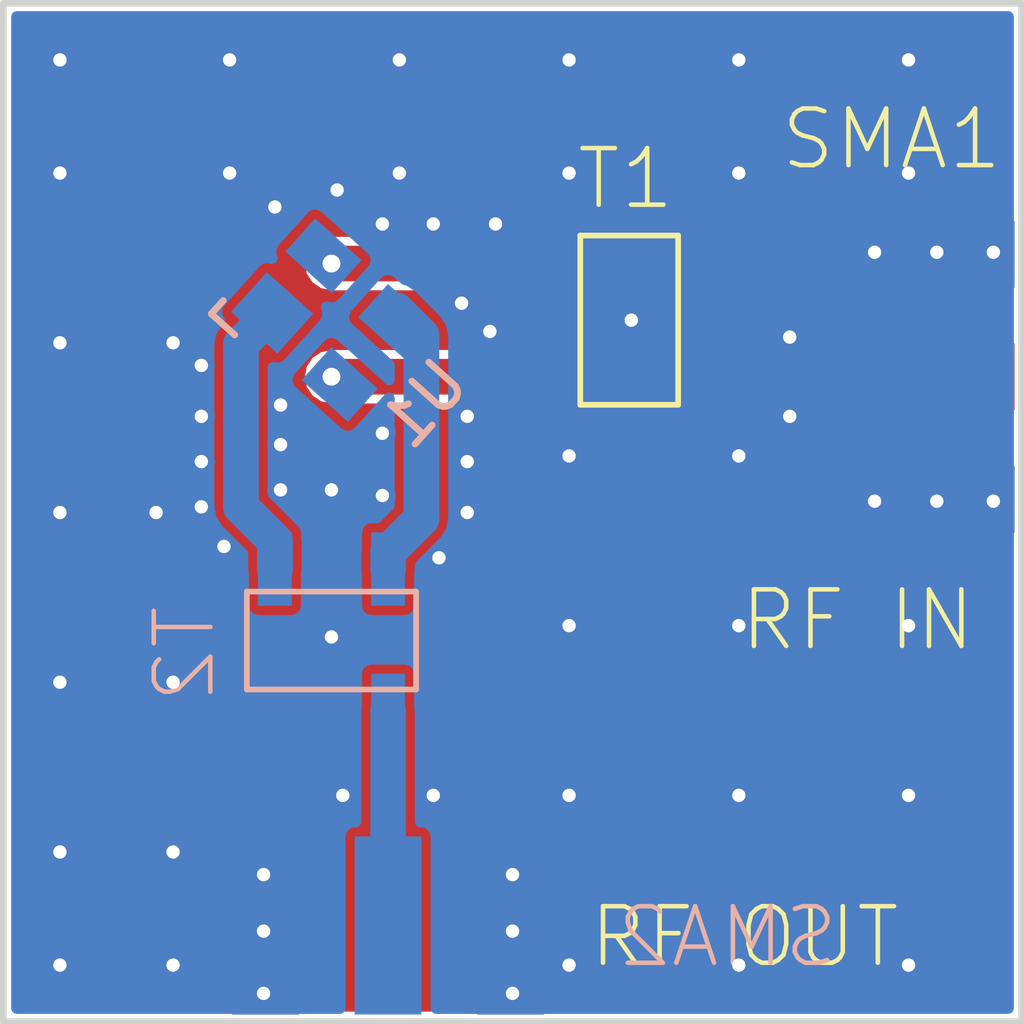
<source format=kicad_pcb>
(kicad_pcb (version 4) (host pcbnew 4.0.5)

  (general
    (links 0)
    (no_connects 6)
    (area 138.100999 97.714999 168.985001 118.185001)
    (thickness 1.6)
    (drawings 7)
    (tracks 20)
    (zones 0)
    (modules 78)
    (nets 8)
  )

  (page A4)
  (layers
    (0 F.Cu signal)
    (31 B.Cu signal)
    (32 B.Adhes user)
    (33 F.Adhes user)
    (34 B.Paste user)
    (35 F.Paste user)
    (36 B.SilkS user)
    (37 F.SilkS user)
    (38 B.Mask user)
    (39 F.Mask user)
    (40 Dwgs.User user)
    (41 Cmts.User user hide)
    (42 Eco1.User user)
    (43 Eco2.User user)
    (44 Edge.Cuts user)
    (45 Margin user)
    (46 B.CrtYd user)
    (47 F.CrtYd user)
    (48 B.Fab user)
    (49 F.Fab user)
  )

  (setup
    (last_trace_width 0.8)
    (trace_clearance 0.2)
    (zone_clearance 0.1)
    (zone_45_only no)
    (trace_min 0.2)
    (segment_width 0.2)
    (edge_width 0.15)
    (via_size 0.6)
    (via_drill 0.4)
    (via_min_size 0.4)
    (via_min_drill 0.3)
    (uvia_size 0.3)
    (uvia_drill 0.1)
    (uvias_allowed no)
    (uvia_min_size 0.2)
    (uvia_min_drill 0.1)
    (pcb_text_width 0.3)
    (pcb_text_size 1.5 1.5)
    (mod_edge_width 0.15)
    (mod_text_size 1 1)
    (mod_text_width 0.15)
    (pad_size 0.6 0.6)
    (pad_drill 0.3)
    (pad_to_mask_clearance 0.2)
    (aux_axis_origin 0 0)
    (visible_elements FFFFFF7F)
    (pcbplotparams
      (layerselection 0x00030_80000001)
      (usegerberextensions false)
      (excludeedgelayer true)
      (linewidth 0.100000)
      (plotframeref false)
      (viasonmask false)
      (mode 1)
      (useauxorigin false)
      (hpglpennumber 1)
      (hpglpenspeed 20)
      (hpglpendiameter 15)
      (hpglpenoverlay 2)
      (psnegative false)
      (psa4output false)
      (plotreference true)
      (plotvalue true)
      (plotinvisibletext false)
      (padsonsilk false)
      (subtractmaskfromsilk false)
      (outputformat 1)
      (mirror false)
      (drillshape 1)
      (scaleselection 1)
      (outputdirectory ""))
  )

  (net 0 "")
  (net 1 GND)
  (net 2 "Net-(SMA1-PadSIGN)")
  (net 3 "Net-(SMA2-PadSIGN)")
  (net 4 "Net-(T1-Pad4)")
  (net 5 "Net-(T1-Pad6)")
  (net 6 "Net-(T2-Pad4)")
  (net 7 "Net-(T2-Pad6)")

  (net_class Default "This is the default net class."
    (clearance 0.2)
    (trace_width 0.8)
    (via_dia 0.6)
    (via_drill 0.4)
    (uvia_dia 0.3)
    (uvia_drill 0.1)
    (add_net GND)
    (add_net "Net-(SMA1-PadSIGN)")
    (add_net "Net-(SMA2-PadSIGN)")
    (add_net "Net-(T1-Pad4)")
    (add_net "Net-(T1-Pad6)")
    (add_net "Net-(T2-Pad4)")
    (add_net "Net-(T2-Pad6)")
  )

  (module VIA:VIA (layer F.Cu) (tedit 58CC5122) (tstamp 58CC5367)
    (at 156.337 104.521)
    (fp_text reference REF** (at 0 0) (layer F.SilkS) hide
      (effects (font (size 0.2 0.2) (thickness 0.05)))
    )
    (fp_text value VIA (at 0 0) (layer F.Fab) hide
      (effects (font (size 0.2 0.2) (thickness 0.05)))
    )
    (pad 1 thru_hole circle (at 0 0) (size 0.6 0.6) (drill 0.3) (layers *.Cu)
      (net 1 GND) (zone_connect 2))
  )

  (module VIA:VIA (layer F.Cu) (tedit 58CC5122) (tstamp 58CC5325)
    (at 153.543 101.981)
    (fp_text reference REF** (at 0 0) (layer F.SilkS) hide
      (effects (font (size 0.2 0.2) (thickness 0.05)))
    )
    (fp_text value VIA (at 0 0) (layer F.Fab) hide
      (effects (font (size 0.2 0.2) (thickness 0.05)))
    )
    (pad 1 thru_hole circle (at 0 0) (size 0.6 0.6) (drill 0.3) (layers *.Cu)
      (net 1 GND) (zone_connect 2))
  )

  (module VIA:VIA (layer F.Cu) (tedit 58CC5122) (tstamp 58CC531F)
    (at 152.146 102.362)
    (fp_text reference REF** (at 0 0) (layer F.SilkS) hide
      (effects (font (size 0.2 0.2) (thickness 0.05)))
    )
    (fp_text value VIA (at 0 0) (layer F.Fab) hide
      (effects (font (size 0.2 0.2) (thickness 0.05)))
    )
    (pad 1 thru_hole circle (at 0 0) (size 0.6 0.6) (drill 0.3) (layers *.Cu)
      (net 1 GND) (zone_connect 2))
  )

  (module VIA:VIA (layer F.Cu) (tedit 58CC5122) (tstamp 58CC52FF)
    (at 151.003 109.982)
    (fp_text reference REF** (at 0 0) (layer F.SilkS) hide
      (effects (font (size 0.2 0.2) (thickness 0.05)))
    )
    (fp_text value VIA (at 0 0) (layer F.Fab) hide
      (effects (font (size 0.2 0.2) (thickness 0.05)))
    )
    (pad 1 thru_hole circle (at 0 0) (size 0.6 0.6) (drill 0.3) (layers *.Cu)
      (net 1 GND) (zone_connect 2))
  )

  (module VIA:VIA (layer F.Cu) (tedit 58CC5122) (tstamp 58CC52E9)
    (at 163.703 105.283)
    (fp_text reference REF** (at 0 0) (layer F.SilkS) hide
      (effects (font (size 0.2 0.2) (thickness 0.05)))
    )
    (fp_text value VIA (at 0 0) (layer F.Fab) hide
      (effects (font (size 0.2 0.2) (thickness 0.05)))
    )
    (pad 1 thru_hole circle (at 0 0) (size 0.6 0.6) (drill 0.3) (layers *.Cu)
      (net 1 GND) (zone_connect 2))
  )

  (module VIA:VIA (layer F.Cu) (tedit 58CC5122) (tstamp 58CC52E5)
    (at 163.703 107.061)
    (fp_text reference REF** (at 0 0) (layer F.SilkS) hide
      (effects (font (size 0.2 0.2) (thickness 0.05)))
    )
    (fp_text value VIA (at 0 0) (layer F.Fab) hide
      (effects (font (size 0.2 0.2) (thickness 0.05)))
    )
    (pad 1 thru_hole circle (at 0 0) (size 0.6 0.6) (drill 0.3) (layers *.Cu)
      (net 1 GND) (zone_connect 2))
  )

  (module VIA:VIA (layer F.Cu) (tedit 58CC5122) (tstamp 58CC52BF)
    (at 154.559 108.839)
    (fp_text reference REF** (at 0 0) (layer F.SilkS) hide
      (effects (font (size 0.2 0.2) (thickness 0.05)))
    )
    (fp_text value VIA (at 0 0) (layer F.Fab) hide
      (effects (font (size 0.2 0.2) (thickness 0.05)))
    )
    (pad 1 thru_hole circle (at 0 0) (size 0.6 0.6) (drill 0.3) (layers *.Cu)
      (net 1 GND) (zone_connect 2))
  )

  (module VIA:VIA (layer F.Cu) (tedit 58CC5122) (tstamp 58CC52B6)
    (at 154.559 107.442)
    (fp_text reference REF** (at 0 0) (layer F.SilkS) hide
      (effects (font (size 0.2 0.2) (thickness 0.05)))
    )
    (fp_text value VIA (at 0 0) (layer F.Fab) hide
      (effects (font (size 0.2 0.2) (thickness 0.05)))
    )
    (pad 1 thru_hole circle (at 0 0) (size 0.6 0.6) (drill 0.3) (layers *.Cu)
      (net 1 GND) (zone_connect 2))
  )

  (module VIA:VIA (layer F.Cu) (tedit 58CC5122) (tstamp 58CC52B2)
    (at 152.273 106.807)
    (fp_text reference REF** (at 0 0) (layer F.SilkS) hide
      (effects (font (size 0.2 0.2) (thickness 0.05)))
    )
    (fp_text value VIA (at 0 0) (layer F.Fab) hide
      (effects (font (size 0.2 0.2) (thickness 0.05)))
    )
    (pad 1 thru_hole circle (at 0 0) (size 0.6 0.6) (drill 0.3) (layers *.Cu)
      (net 1 GND) (zone_connect 2))
  )

  (module VIA:VIA (layer F.Cu) (tedit 58CC5122) (tstamp 58CC52AC)
    (at 152.273 107.696)
    (fp_text reference REF** (at 0 0) (layer F.SilkS) hide
      (effects (font (size 0.2 0.2) (thickness 0.05)))
    )
    (fp_text value VIA (at 0 0) (layer F.Fab) hide
      (effects (font (size 0.2 0.2) (thickness 0.05)))
    )
    (pad 1 thru_hole circle (at 0 0) (size 0.6 0.6) (drill 0.3) (layers *.Cu)
      (net 1 GND) (zone_connect 2))
  )

  (module VIA:VIA (layer F.Cu) (tedit 58CC5122) (tstamp 58CC52A8)
    (at 152.273 108.712)
    (fp_text reference REF** (at 0 0) (layer F.SilkS) hide
      (effects (font (size 0.2 0.2) (thickness 0.05)))
    )
    (fp_text value VIA (at 0 0) (layer F.Fab) hide
      (effects (font (size 0.2 0.2) (thickness 0.05)))
    )
    (pad 1 thru_hole circle (at 0 0) (size 0.6 0.6) (drill 0.3) (layers *.Cu)
      (net 1 GND) (zone_connect 2))
  )

  (module VIA:VIA (layer F.Cu) (tedit 58CC5122) (tstamp 58CC52A4)
    (at 150.495 109.093)
    (fp_text reference REF** (at 0 0) (layer F.SilkS) hide
      (effects (font (size 0.2 0.2) (thickness 0.05)))
    )
    (fp_text value VIA (at 0 0) (layer F.Fab) hide
      (effects (font (size 0.2 0.2) (thickness 0.05)))
    )
    (pad 1 thru_hole circle (at 0 0) (size 0.6 0.6) (drill 0.3) (layers *.Cu)
      (net 1 GND) (zone_connect 2))
  )

  (module VIA:VIA (layer F.Cu) (tedit 58CC5122) (tstamp 58CC52A0)
    (at 150.495 108.077)
    (fp_text reference REF** (at 0 0) (layer F.SilkS) hide
      (effects (font (size 0.2 0.2) (thickness 0.05)))
    )
    (fp_text value VIA (at 0 0) (layer F.Fab) hide
      (effects (font (size 0.2 0.2) (thickness 0.05)))
    )
    (pad 1 thru_hole circle (at 0 0) (size 0.6 0.6) (drill 0.3) (layers *.Cu)
      (net 1 GND) (zone_connect 2))
  )

  (module VIA:VIA (layer F.Cu) (tedit 58CC5122) (tstamp 58CC529C)
    (at 150.495 107.061)
    (fp_text reference REF** (at 0 0) (layer F.SilkS) hide
      (effects (font (size 0.2 0.2) (thickness 0.05)))
    )
    (fp_text value VIA (at 0 0) (layer F.Fab) hide
      (effects (font (size 0.2 0.2) (thickness 0.05)))
    )
    (pad 1 thru_hole circle (at 0 0) (size 0.6 0.6) (drill 0.3) (layers *.Cu)
      (net 1 GND) (zone_connect 2))
  )

  (module VIA:VIA (layer F.Cu) (tedit 58CC5122) (tstamp 58CC5294)
    (at 150.495 105.918)
    (fp_text reference REF** (at 0 0) (layer F.SilkS) hide
      (effects (font (size 0.2 0.2) (thickness 0.05)))
    )
    (fp_text value VIA (at 0 0) (layer F.Fab) hide
      (effects (font (size 0.2 0.2) (thickness 0.05)))
    )
    (pad 1 thru_hole circle (at 0 0) (size 0.6 0.6) (drill 0.3) (layers *.Cu)
      (net 1 GND) (zone_connect 2))
  )

  (module VIA:VIA (layer F.Cu) (tedit 58CC5122) (tstamp 58CC528A)
    (at 154.559 102.743)
    (fp_text reference REF** (at 0 0) (layer F.SilkS) hide
      (effects (font (size 0.2 0.2) (thickness 0.05)))
    )
    (fp_text value VIA (at 0 0) (layer F.Fab) hide
      (effects (font (size 0.2 0.2) (thickness 0.05)))
    )
    (pad 1 thru_hole circle (at 0 0) (size 0.6 0.6) (drill 0.3) (layers *.Cu)
      (net 1 GND) (zone_connect 2))
  )

  (module VIA:VIA (layer F.Cu) (tedit 58CC5122) (tstamp 58CC5284)
    (at 155.702 102.743)
    (fp_text reference REF** (at 0 0) (layer F.SilkS) hide
      (effects (font (size 0.2 0.2) (thickness 0.05)))
    )
    (fp_text value VIA (at 0 0) (layer F.Fab) hide
      (effects (font (size 0.2 0.2) (thickness 0.05)))
    )
    (pad 1 thru_hole circle (at 0 0) (size 0.6 0.6) (drill 0.3) (layers *.Cu)
      (net 1 GND) (zone_connect 2))
  )

  (module VIA:VIA (layer F.Cu) (tedit 58CC5122) (tstamp 58CC5260)
    (at 157.099 102.743)
    (fp_text reference REF** (at 0 0) (layer F.SilkS) hide
      (effects (font (size 0.2 0.2) (thickness 0.05)))
    )
    (fp_text value VIA (at 0 0) (layer F.Fab) hide
      (effects (font (size 0.2 0.2) (thickness 0.05)))
    )
    (pad 1 thru_hole circle (at 0 0) (size 0.6 0.6) (drill 0.3) (layers *.Cu)
      (net 1 GND) (zone_connect 2))
  )

  (module VIA:VIA (layer F.Cu) (tedit 58CC5122) (tstamp 58CC5258)
    (at 156.464 107.061)
    (fp_text reference REF** (at 0 0) (layer F.SilkS) hide
      (effects (font (size 0.2 0.2) (thickness 0.05)))
    )
    (fp_text value VIA (at 0 0) (layer F.Fab) hide
      (effects (font (size 0.2 0.2) (thickness 0.05)))
    )
    (pad 1 thru_hole circle (at 0 0) (size 0.6 0.6) (drill 0.3) (layers *.Cu)
      (net 1 GND) (zone_connect 2))
  )

  (module VIA:VIA (layer F.Cu) (tedit 58CC5122) (tstamp 58CC5254)
    (at 156.464 108.077)
    (fp_text reference REF** (at 0 0) (layer F.SilkS) hide
      (effects (font (size 0.2 0.2) (thickness 0.05)))
    )
    (fp_text value VIA (at 0 0) (layer F.Fab) hide
      (effects (font (size 0.2 0.2) (thickness 0.05)))
    )
    (pad 1 thru_hole circle (at 0 0) (size 0.6 0.6) (drill 0.3) (layers *.Cu)
      (net 1 GND) (zone_connect 2))
  )

  (module VIA:VIA (layer F.Cu) (tedit 58CC5122) (tstamp 58CC5250)
    (at 156.464 109.22)
    (fp_text reference REF** (at 0 0) (layer F.SilkS) hide
      (effects (font (size 0.2 0.2) (thickness 0.05)))
    )
    (fp_text value VIA (at 0 0) (layer F.Fab) hide
      (effects (font (size 0.2 0.2) (thickness 0.05)))
    )
    (pad 1 thru_hole circle (at 0 0) (size 0.6 0.6) (drill 0.3) (layers *.Cu)
      (net 1 GND) (zone_connect 2))
  )

  (module VIA:VIA (layer F.Cu) (tedit 58CC5122) (tstamp 58CC524C)
    (at 155.829 110.236)
    (fp_text reference REF** (at 0 0) (layer F.SilkS) hide
      (effects (font (size 0.2 0.2) (thickness 0.05)))
    )
    (fp_text value VIA (at 0 0) (layer F.Fab) hide
      (effects (font (size 0.2 0.2) (thickness 0.05)))
    )
    (pad 1 thru_hole circle (at 0 0) (size 0.6 0.6) (drill 0.3) (layers *.Cu)
      (net 1 GND) (zone_connect 2))
  )

  (module VIA:VIA (layer F.Cu) (tedit 58CC5122) (tstamp 58CC5246)
    (at 155.702 115.57)
    (fp_text reference REF** (at 0 0) (layer F.SilkS) hide
      (effects (font (size 0.2 0.2) (thickness 0.05)))
    )
    (fp_text value VIA (at 0 0) (layer F.Fab) hide
      (effects (font (size 0.2 0.2) (thickness 0.05)))
    )
    (pad 1 thru_hole circle (at 0 0) (size 0.6 0.6) (drill 0.3) (layers *.Cu)
      (net 1 GND) (zone_connect 2))
  )

  (module VIA:VIA (layer F.Cu) (tedit 58CC5122) (tstamp 58CC523B)
    (at 153.67 115.57)
    (fp_text reference REF** (at 0 0) (layer F.SilkS) hide
      (effects (font (size 0.2 0.2) (thickness 0.05)))
    )
    (fp_text value VIA (at 0 0) (layer F.Fab) hide
      (effects (font (size 0.2 0.2) (thickness 0.05)))
    )
    (pad 1 thru_hole circle (at 0 0) (size 0.6 0.6) (drill 0.3) (layers *.Cu)
      (net 1 GND) (zone_connect 2))
  )

  (module VIA:VIA (layer F.Cu) (tedit 58CC5122) (tstamp 58CC5234)
    (at 166.37 111.76)
    (fp_text reference REF** (at 0 0) (layer F.SilkS) hide
      (effects (font (size 0.2 0.2) (thickness 0.05)))
    )
    (fp_text value VIA (at 0 0) (layer F.Fab) hide
      (effects (font (size 0.2 0.2) (thickness 0.05)))
    )
    (pad 1 thru_hole circle (at 0 0) (size 0.6 0.6) (drill 0.3) (layers *.Cu)
      (net 1 GND) (zone_connect 2))
  )

  (module VIA:VIA (layer F.Cu) (tedit 58CC5122) (tstamp 58CC5230)
    (at 166.37 115.57)
    (fp_text reference REF** (at 0 0) (layer F.SilkS) hide
      (effects (font (size 0.2 0.2) (thickness 0.05)))
    )
    (fp_text value VIA (at 0 0) (layer F.Fab) hide
      (effects (font (size 0.2 0.2) (thickness 0.05)))
    )
    (pad 1 thru_hole circle (at 0 0) (size 0.6 0.6) (drill 0.3) (layers *.Cu)
      (net 1 GND) (zone_connect 2))
  )

  (module VIA:VIA (layer F.Cu) (tedit 58CC5122) (tstamp 58CC522C)
    (at 166.37 119.38)
    (fp_text reference REF** (at 0 0) (layer F.SilkS) hide
      (effects (font (size 0.2 0.2) (thickness 0.05)))
    )
    (fp_text value VIA (at 0 0) (layer F.Fab) hide
      (effects (font (size 0.2 0.2) (thickness 0.05)))
    )
    (pad 1 thru_hole circle (at 0 0) (size 0.6 0.6) (drill 0.3) (layers *.Cu)
      (net 1 GND) (zone_connect 2))
  )

  (module VIA:VIA (layer F.Cu) (tedit 58CC5122) (tstamp 58CC5228)
    (at 162.56 119.38)
    (fp_text reference REF** (at 0 0) (layer F.SilkS) hide
      (effects (font (size 0.2 0.2) (thickness 0.05)))
    )
    (fp_text value VIA (at 0 0) (layer F.Fab) hide
      (effects (font (size 0.2 0.2) (thickness 0.05)))
    )
    (pad 1 thru_hole circle (at 0 0) (size 0.6 0.6) (drill 0.3) (layers *.Cu)
      (net 1 GND) (zone_connect 2))
  )

  (module VIA:VIA (layer F.Cu) (tedit 58CC5122) (tstamp 58CC5224)
    (at 158.75 119.38)
    (fp_text reference REF** (at 0 0) (layer F.SilkS) hide
      (effects (font (size 0.2 0.2) (thickness 0.05)))
    )
    (fp_text value VIA (at 0 0) (layer F.Fab) hide
      (effects (font (size 0.2 0.2) (thickness 0.05)))
    )
    (pad 1 thru_hole circle (at 0 0) (size 0.6 0.6) (drill 0.3) (layers *.Cu)
      (net 1 GND) (zone_connect 2))
  )

  (module VIA:VIA (layer F.Cu) (tedit 58CC5122) (tstamp 58CC5220)
    (at 158.75 115.57)
    (fp_text reference REF** (at 0 0) (layer F.SilkS) hide
      (effects (font (size 0.2 0.2) (thickness 0.05)))
    )
    (fp_text value VIA (at 0 0) (layer F.Fab) hide
      (effects (font (size 0.2 0.2) (thickness 0.05)))
    )
    (pad 1 thru_hole circle (at 0 0) (size 0.6 0.6) (drill 0.3) (layers *.Cu)
      (net 1 GND) (zone_connect 2))
  )

  (module VIA:VIA (layer F.Cu) (tedit 58CC5122) (tstamp 58CC521C)
    (at 162.56 115.57)
    (fp_text reference REF** (at 0 0) (layer F.SilkS) hide
      (effects (font (size 0.2 0.2) (thickness 0.05)))
    )
    (fp_text value VIA (at 0 0) (layer F.Fab) hide
      (effects (font (size 0.2 0.2) (thickness 0.05)))
    )
    (pad 1 thru_hole circle (at 0 0) (size 0.6 0.6) (drill 0.3) (layers *.Cu)
      (net 1 GND) (zone_connect 2))
  )

  (module VIA:VIA (layer F.Cu) (tedit 58CC5122) (tstamp 58CC5218)
    (at 162.56 111.76)
    (fp_text reference REF** (at 0 0) (layer F.SilkS) hide
      (effects (font (size 0.2 0.2) (thickness 0.05)))
    )
    (fp_text value VIA (at 0 0) (layer F.Fab) hide
      (effects (font (size 0.2 0.2) (thickness 0.05)))
    )
    (pad 1 thru_hole circle (at 0 0) (size 0.6 0.6) (drill 0.3) (layers *.Cu)
      (net 1 GND) (zone_connect 2))
  )

  (module VIA:VIA (layer F.Cu) (tedit 58CC5122) (tstamp 58CC5210)
    (at 158.75 111.76)
    (fp_text reference REF** (at 0 0) (layer F.SilkS) hide
      (effects (font (size 0.2 0.2) (thickness 0.05)))
    )
    (fp_text value VIA (at 0 0) (layer F.Fab) hide
      (effects (font (size 0.2 0.2) (thickness 0.05)))
    )
    (pad 1 thru_hole circle (at 0 0) (size 0.6 0.6) (drill 0.3) (layers *.Cu)
      (net 1 GND) (zone_connect 2))
  )

  (module VIA:VIA (layer F.Cu) (tedit 58CC5122) (tstamp 58CC520C)
    (at 158.75 107.95)
    (fp_text reference REF** (at 0 0) (layer F.SilkS) hide
      (effects (font (size 0.2 0.2) (thickness 0.05)))
    )
    (fp_text value VIA (at 0 0) (layer F.Fab) hide
      (effects (font (size 0.2 0.2) (thickness 0.05)))
    )
    (pad 1 thru_hole circle (at 0 0) (size 0.6 0.6) (drill 0.3) (layers *.Cu)
      (net 1 GND) (zone_connect 2))
  )

  (module VIA:VIA (layer F.Cu) (tedit 58CC5122) (tstamp 58CC51FB)
    (at 162.56 107.95)
    (fp_text reference REF** (at 0 0) (layer F.SilkS) hide
      (effects (font (size 0.2 0.2) (thickness 0.05)))
    )
    (fp_text value VIA (at 0 0) (layer F.Fab) hide
      (effects (font (size 0.2 0.2) (thickness 0.05)))
    )
    (pad 1 thru_hole circle (at 0 0) (size 0.6 0.6) (drill 0.3) (layers *.Cu)
      (net 1 GND) (zone_connect 2))
  )

  (module VIA:VIA (layer F.Cu) (tedit 58CC5122) (tstamp 58CC51F7)
    (at 156.972 105.156)
    (fp_text reference REF** (at 0 0) (layer F.SilkS) hide
      (effects (font (size 0.2 0.2) (thickness 0.05)))
    )
    (fp_text value VIA (at 0 0) (layer F.Fab) hide
      (effects (font (size 0.2 0.2) (thickness 0.05)))
    )
    (pad 1 thru_hole circle (at 0 0) (size 0.6 0.6) (drill 0.3) (layers *.Cu)
      (net 1 GND) (zone_connect 2))
  )

  (module VIA:VIA (layer F.Cu) (tedit 58CC5122) (tstamp 58CC51ED)
    (at 160.147 104.902)
    (fp_text reference REF** (at 0 0) (layer F.SilkS) hide
      (effects (font (size 0.2 0.2) (thickness 0.05)))
    )
    (fp_text value VIA (at 0 0) (layer F.Fab) hide
      (effects (font (size 0.2 0.2) (thickness 0.05)))
    )
    (pad 1 thru_hole circle (at 0 0) (size 0.6 0.6) (drill 0.3) (layers *.Cu)
      (net 1 GND) (zone_connect 2))
  )

  (module VIA:VIA (layer F.Cu) (tedit 58CC5122) (tstamp 58CC51E9)
    (at 153.416 112.014)
    (fp_text reference REF** (at 0 0) (layer F.SilkS) hide
      (effects (font (size 0.2 0.2) (thickness 0.05)))
    )
    (fp_text value VIA (at 0 0) (layer F.Fab) hide
      (effects (font (size 0.2 0.2) (thickness 0.05)))
    )
    (pad 1 thru_hole circle (at 0 0) (size 0.6 0.6) (drill 0.3) (layers *.Cu)
      (net 1 GND) (zone_connect 2))
  )

  (module VIA:VIA (layer F.Cu) (tedit 58CC5122) (tstamp 58CC51E4)
    (at 153.416 108.712)
    (fp_text reference REF** (at 0 0) (layer F.SilkS) hide
      (effects (font (size 0.2 0.2) (thickness 0.05)))
    )
    (fp_text value VIA (at 0 0) (layer F.Fab) hide
      (effects (font (size 0.2 0.2) (thickness 0.05)))
    )
    (pad 1 thru_hole circle (at 0 0) (size 0.6 0.6) (drill 0.3) (layers *.Cu)
      (net 1 GND) (zone_connect 2))
  )

  (module VIA:VIA (layer F.Cu) (tedit 58CC5122) (tstamp 58CC51DF)
    (at 149.86 105.41)
    (fp_text reference REF** (at 0 0) (layer F.SilkS) hide
      (effects (font (size 0.2 0.2) (thickness 0.05)))
    )
    (fp_text value VIA (at 0 0) (layer F.Fab) hide
      (effects (font (size 0.2 0.2) (thickness 0.05)))
    )
    (pad 1 thru_hole circle (at 0 0) (size 0.6 0.6) (drill 0.3) (layers *.Cu)
      (net 1 GND) (zone_connect 2))
  )

  (module VIA:VIA (layer F.Cu) (tedit 58CC5122) (tstamp 58CC51DB)
    (at 149.479 109.22)
    (fp_text reference REF** (at 0 0) (layer F.SilkS) hide
      (effects (font (size 0.2 0.2) (thickness 0.05)))
    )
    (fp_text value VIA (at 0 0) (layer F.Fab) hide
      (effects (font (size 0.2 0.2) (thickness 0.05)))
    )
    (pad 1 thru_hole circle (at 0 0) (size 0.6 0.6) (drill 0.3) (layers *.Cu)
      (net 1 GND) (zone_connect 2))
  )

  (module VIA:VIA (layer F.Cu) (tedit 58CC5122) (tstamp 58CC51CD)
    (at 149.86 113.03)
    (fp_text reference REF** (at 0 0) (layer F.SilkS) hide
      (effects (font (size 0.2 0.2) (thickness 0.05)))
    )
    (fp_text value VIA (at 0 0) (layer F.Fab) hide
      (effects (font (size 0.2 0.2) (thickness 0.05)))
    )
    (pad 1 thru_hole circle (at 0 0) (size 0.6 0.6) (drill 0.3) (layers *.Cu)
      (net 1 GND) (zone_connect 2))
  )

  (module VIA:VIA (layer F.Cu) (tedit 58CC5122) (tstamp 58CC51C9)
    (at 149.86 116.84)
    (fp_text reference REF** (at 0 0) (layer F.SilkS) hide
      (effects (font (size 0.2 0.2) (thickness 0.05)))
    )
    (fp_text value VIA (at 0 0) (layer F.Fab) hide
      (effects (font (size 0.2 0.2) (thickness 0.05)))
    )
    (pad 1 thru_hole circle (at 0 0) (size 0.6 0.6) (drill 0.3) (layers *.Cu)
      (net 1 GND) (zone_connect 2))
  )

  (module VIA:VIA (layer F.Cu) (tedit 58CC5122) (tstamp 58CC51C5)
    (at 149.86 119.38)
    (fp_text reference REF** (at 0 0) (layer F.SilkS) hide
      (effects (font (size 0.2 0.2) (thickness 0.05)))
    )
    (fp_text value VIA (at 0 0) (layer F.Fab) hide
      (effects (font (size 0.2 0.2) (thickness 0.05)))
    )
    (pad 1 thru_hole circle (at 0 0) (size 0.6 0.6) (drill 0.3) (layers *.Cu)
      (net 1 GND) (zone_connect 2))
  )

  (module VIA:VIA (layer F.Cu) (tedit 58CC5122) (tstamp 58CC51C1)
    (at 157.48 120.015)
    (fp_text reference REF** (at 0 0) (layer F.SilkS) hide
      (effects (font (size 0.2 0.2) (thickness 0.05)))
    )
    (fp_text value VIA (at 0 0) (layer F.Fab) hide
      (effects (font (size 0.2 0.2) (thickness 0.05)))
    )
    (pad 1 thru_hole circle (at 0 0) (size 0.6 0.6) (drill 0.3) (layers *.Cu)
      (net 1 GND) (zone_connect 2))
  )

  (module VIA:VIA (layer F.Cu) (tedit 58CC5122) (tstamp 58CC51BC)
    (at 157.48 118.618)
    (fp_text reference REF** (at 0 0) (layer F.SilkS) hide
      (effects (font (size 0.2 0.2) (thickness 0.05)))
    )
    (fp_text value VIA (at 0 0) (layer F.Fab) hide
      (effects (font (size 0.2 0.2) (thickness 0.05)))
    )
    (pad 1 thru_hole circle (at 0 0) (size 0.6 0.6) (drill 0.3) (layers *.Cu)
      (net 1 GND) (zone_connect 2))
  )

  (module VIA:VIA (layer F.Cu) (tedit 58CC5122) (tstamp 58CC51B7)
    (at 157.48 117.348)
    (fp_text reference REF** (at 0 0) (layer F.SilkS) hide
      (effects (font (size 0.2 0.2) (thickness 0.05)))
    )
    (fp_text value VIA (at 0 0) (layer F.Fab) hide
      (effects (font (size 0.2 0.2) (thickness 0.05)))
    )
    (pad 1 thru_hole circle (at 0 0) (size 0.6 0.6) (drill 0.3) (layers *.Cu)
      (net 1 GND) (zone_connect 2))
  )

  (module VIA:VIA (layer F.Cu) (tedit 58CC5122) (tstamp 58CC51B2)
    (at 151.892 117.348)
    (fp_text reference REF** (at 0 0) (layer F.SilkS) hide
      (effects (font (size 0.2 0.2) (thickness 0.05)))
    )
    (fp_text value VIA (at 0 0) (layer F.Fab) hide
      (effects (font (size 0.2 0.2) (thickness 0.05)))
    )
    (pad 1 thru_hole circle (at 0 0) (size 0.6 0.6) (drill 0.3) (layers *.Cu)
      (net 1 GND) (zone_connect 2))
  )

  (module VIA:VIA (layer F.Cu) (tedit 58CC5122) (tstamp 58CC51AE)
    (at 151.892 118.618)
    (fp_text reference REF** (at 0 0) (layer F.SilkS) hide
      (effects (font (size 0.2 0.2) (thickness 0.05)))
    )
    (fp_text value VIA (at 0 0) (layer F.Fab) hide
      (effects (font (size 0.2 0.2) (thickness 0.05)))
    )
    (pad 1 thru_hole circle (at 0 0) (size 0.6 0.6) (drill 0.3) (layers *.Cu)
      (net 1 GND) (zone_connect 2))
  )

  (module VIA:VIA (layer F.Cu) (tedit 58CC5122) (tstamp 58CC51A7)
    (at 151.892 120.015)
    (fp_text reference REF** (at 0 0) (layer F.SilkS) hide
      (effects (font (size 0.2 0.2) (thickness 0.05)))
    )
    (fp_text value VIA (at 0 0) (layer F.Fab) hide
      (effects (font (size 0.2 0.2) (thickness 0.05)))
    )
    (pad 1 thru_hole circle (at 0 0) (size 0.6 0.6) (drill 0.3) (layers *.Cu)
      (net 1 GND) (zone_connect 2))
  )

  (module VIA:VIA (layer F.Cu) (tedit 58CC5122) (tstamp 58CC51A3)
    (at 147.32 119.38)
    (fp_text reference REF** (at 0 0) (layer F.SilkS) hide
      (effects (font (size 0.2 0.2) (thickness 0.05)))
    )
    (fp_text value VIA (at 0 0) (layer F.Fab) hide
      (effects (font (size 0.2 0.2) (thickness 0.05)))
    )
    (pad 1 thru_hole circle (at 0 0) (size 0.6 0.6) (drill 0.3) (layers *.Cu)
      (net 1 GND) (zone_connect 2))
  )

  (module VIA:VIA (layer F.Cu) (tedit 58CC5122) (tstamp 58CC519F)
    (at 147.32 116.84)
    (fp_text reference REF** (at 0 0) (layer F.SilkS) hide
      (effects (font (size 0.2 0.2) (thickness 0.05)))
    )
    (fp_text value VIA (at 0 0) (layer F.Fab) hide
      (effects (font (size 0.2 0.2) (thickness 0.05)))
    )
    (pad 1 thru_hole circle (at 0 0) (size 0.6 0.6) (drill 0.3) (layers *.Cu)
      (net 1 GND) (zone_connect 2))
  )

  (module VIA:VIA (layer F.Cu) (tedit 58CC5122) (tstamp 58CC519B)
    (at 147.32 113.03)
    (fp_text reference REF** (at 0 0) (layer F.SilkS) hide
      (effects (font (size 0.2 0.2) (thickness 0.05)))
    )
    (fp_text value VIA (at 0 0) (layer F.Fab) hide
      (effects (font (size 0.2 0.2) (thickness 0.05)))
    )
    (pad 1 thru_hole circle (at 0 0) (size 0.6 0.6) (drill 0.3) (layers *.Cu)
      (net 1 GND) (zone_connect 2))
  )

  (module VIA:VIA (layer F.Cu) (tedit 58CC5122) (tstamp 58CC5194)
    (at 147.32 109.22)
    (fp_text reference REF** (at 0 0) (layer F.SilkS) hide
      (effects (font (size 0.2 0.2) (thickness 0.05)))
    )
    (fp_text value VIA (at 0 0) (layer F.Fab) hide
      (effects (font (size 0.2 0.2) (thickness 0.05)))
    )
    (pad 1 thru_hole circle (at 0 0) (size 0.6 0.6) (drill 0.3) (layers *.Cu)
      (net 1 GND) (zone_connect 2))
  )

  (module VIA:VIA (layer F.Cu) (tedit 58CC5122) (tstamp 58CC518F)
    (at 147.32 105.41)
    (fp_text reference REF** (at 0 0) (layer F.SilkS) hide
      (effects (font (size 0.2 0.2) (thickness 0.05)))
    )
    (fp_text value VIA (at 0 0) (layer F.Fab) hide
      (effects (font (size 0.2 0.2) (thickness 0.05)))
    )
    (pad 1 thru_hole circle (at 0 0) (size 0.6 0.6) (drill 0.3) (layers *.Cu)
      (net 1 GND) (zone_connect 2))
  )

  (module VIA:VIA (layer F.Cu) (tedit 58CC5122) (tstamp 58CC518B)
    (at 147.32 101.6)
    (fp_text reference REF** (at 0 0) (layer F.SilkS) hide
      (effects (font (size 0.2 0.2) (thickness 0.05)))
    )
    (fp_text value VIA (at 0 0) (layer F.Fab) hide
      (effects (font (size 0.2 0.2) (thickness 0.05)))
    )
    (pad 1 thru_hole circle (at 0 0) (size 0.6 0.6) (drill 0.3) (layers *.Cu)
      (net 1 GND) (zone_connect 2))
  )

  (module VIA:VIA (layer F.Cu) (tedit 58CC5122) (tstamp 58CC5187)
    (at 151.13 101.6)
    (fp_text reference REF** (at 0 0) (layer F.SilkS) hide
      (effects (font (size 0.2 0.2) (thickness 0.05)))
    )
    (fp_text value VIA (at 0 0) (layer F.Fab) hide
      (effects (font (size 0.2 0.2) (thickness 0.05)))
    )
    (pad 1 thru_hole circle (at 0 0) (size 0.6 0.6) (drill 0.3) (layers *.Cu)
      (net 1 GND) (zone_connect 2))
  )

  (module VIA:VIA (layer F.Cu) (tedit 58CC5122) (tstamp 58CC5182)
    (at 154.94 101.6)
    (fp_text reference REF** (at 0 0) (layer F.SilkS) hide
      (effects (font (size 0.2 0.2) (thickness 0.05)))
    )
    (fp_text value VIA (at 0 0) (layer F.Fab) hide
      (effects (font (size 0.2 0.2) (thickness 0.05)))
    )
    (pad 1 thru_hole circle (at 0 0) (size 0.6 0.6) (drill 0.3) (layers *.Cu)
      (net 1 GND) (zone_connect 2))
  )

  (module VIA:VIA (layer F.Cu) (tedit 58CC5122) (tstamp 58CC517E)
    (at 158.75 101.6)
    (fp_text reference REF** (at 0 0) (layer F.SilkS) hide
      (effects (font (size 0.2 0.2) (thickness 0.05)))
    )
    (fp_text value VIA (at 0 0) (layer F.Fab) hide
      (effects (font (size 0.2 0.2) (thickness 0.05)))
    )
    (pad 1 thru_hole circle (at 0 0) (size 0.6 0.6) (drill 0.3) (layers *.Cu)
      (net 1 GND) (zone_connect 2))
  )

  (module VIA:VIA (layer F.Cu) (tedit 58CC5122) (tstamp 58CC5179)
    (at 162.56 101.6)
    (fp_text reference REF** (at 0 0) (layer F.SilkS) hide
      (effects (font (size 0.2 0.2) (thickness 0.05)))
    )
    (fp_text value VIA (at 0 0) (layer F.Fab) hide
      (effects (font (size 0.2 0.2) (thickness 0.05)))
    )
    (pad 1 thru_hole circle (at 0 0) (size 0.6 0.6) (drill 0.3) (layers *.Cu)
      (net 1 GND) (zone_connect 2))
  )

  (module VIA:VIA (layer F.Cu) (tedit 58CC5122) (tstamp 58CC5173)
    (at 166.37 101.6)
    (fp_text reference REF** (at 0 0) (layer F.SilkS) hide
      (effects (font (size 0.2 0.2) (thickness 0.05)))
    )
    (fp_text value VIA (at 0 0) (layer F.Fab) hide
      (effects (font (size 0.2 0.2) (thickness 0.05)))
    )
    (pad 1 thru_hole circle (at 0 0) (size 0.6 0.6) (drill 0.3) (layers *.Cu)
      (net 1 GND) (zone_connect 2))
  )

  (module VIA:VIA (layer F.Cu) (tedit 58CC5122) (tstamp 58CC516B)
    (at 168.275 108.966)
    (fp_text reference REF** (at 0 0) (layer F.SilkS) hide
      (effects (font (size 0.2 0.2) (thickness 0.05)))
    )
    (fp_text value VIA (at 0 0) (layer F.Fab) hide
      (effects (font (size 0.2 0.2) (thickness 0.05)))
    )
    (pad 1 thru_hole circle (at 0 0) (size 0.6 0.6) (drill 0.3) (layers *.Cu)
      (net 1 GND) (zone_connect 2))
  )

  (module VIA:VIA (layer F.Cu) (tedit 58CC5122) (tstamp 58CC5167)
    (at 167.005 108.966)
    (fp_text reference REF** (at 0 0) (layer F.SilkS) hide
      (effects (font (size 0.2 0.2) (thickness 0.05)))
    )
    (fp_text value VIA (at 0 0) (layer F.Fab) hide
      (effects (font (size 0.2 0.2) (thickness 0.05)))
    )
    (pad 1 thru_hole circle (at 0 0) (size 0.6 0.6) (drill 0.3) (layers *.Cu)
      (net 1 GND) (zone_connect 2))
  )

  (module VIA:VIA (layer F.Cu) (tedit 58CC5122) (tstamp 58CC5160)
    (at 165.608 108.966)
    (fp_text reference REF** (at 0 0) (layer F.SilkS) hide
      (effects (font (size 0.2 0.2) (thickness 0.05)))
    )
    (fp_text value VIA (at 0 0) (layer F.Fab) hide
      (effects (font (size 0.2 0.2) (thickness 0.05)))
    )
    (pad 1 thru_hole circle (at 0 0) (size 0.6 0.6) (drill 0.3) (layers *.Cu)
      (net 1 GND) (zone_connect 2))
  )

  (module VIA:VIA (layer F.Cu) (tedit 58CC5122) (tstamp 58CC5157)
    (at 168.275 103.378)
    (fp_text reference REF** (at 0 0) (layer F.SilkS) hide
      (effects (font (size 0.2 0.2) (thickness 0.05)))
    )
    (fp_text value VIA (at 0 0) (layer F.Fab) hide
      (effects (font (size 0.2 0.2) (thickness 0.05)))
    )
    (pad 1 thru_hole circle (at 0 0) (size 0.6 0.6) (drill 0.3) (layers *.Cu)
      (net 1 GND) (zone_connect 2))
  )

  (module VIA:VIA (layer F.Cu) (tedit 58CC5122) (tstamp 58CC5153)
    (at 167.005 103.378)
    (fp_text reference REF** (at 0 0) (layer F.SilkS) hide
      (effects (font (size 0.2 0.2) (thickness 0.05)))
    )
    (fp_text value VIA (at 0 0) (layer F.Fab) hide
      (effects (font (size 0.2 0.2) (thickness 0.05)))
    )
    (pad 1 thru_hole circle (at 0 0) (size 0.6 0.6) (drill 0.3) (layers *.Cu)
      (net 1 GND) (zone_connect 2))
  )

  (module VIA:VIA (layer F.Cu) (tedit 58CC5122) (tstamp 58CC5143)
    (at 165.608 103.378)
    (fp_text reference REF** (at 0 0) (layer F.SilkS) hide
      (effects (font (size 0.2 0.2) (thickness 0.05)))
    )
    (fp_text value VIA (at 0 0) (layer F.Fab) hide
      (effects (font (size 0.2 0.2) (thickness 0.05)))
    )
    (pad 1 thru_hole circle (at 0 0) (size 0.6 0.6) (drill 0.3) (layers *.Cu)
      (net 1 GND) (zone_connect 2))
  )

  (module VIA:VIA (layer F.Cu) (tedit 58CC5122) (tstamp 58CC513C)
    (at 166.37 99.06)
    (fp_text reference REF** (at 0 0) (layer F.SilkS) hide
      (effects (font (size 0.2 0.2) (thickness 0.05)))
    )
    (fp_text value VIA (at 0 0) (layer F.Fab) hide
      (effects (font (size 0.2 0.2) (thickness 0.05)))
    )
    (pad 1 thru_hole circle (at 0 0) (size 0.6 0.6) (drill 0.3) (layers *.Cu)
      (net 1 GND) (zone_connect 2))
  )

  (module VIA:VIA (layer F.Cu) (tedit 58CC5122) (tstamp 58CC5138)
    (at 162.56 99.06)
    (fp_text reference REF** (at 0 0) (layer F.SilkS) hide
      (effects (font (size 0.2 0.2) (thickness 0.05)))
    )
    (fp_text value VIA (at 0 0) (layer F.Fab) hide
      (effects (font (size 0.2 0.2) (thickness 0.05)))
    )
    (pad 1 thru_hole circle (at 0 0) (size 0.6 0.6) (drill 0.3) (layers *.Cu)
      (net 1 GND) (zone_connect 2))
  )

  (module VIA:VIA (layer F.Cu) (tedit 58CC5122) (tstamp 58CC5134)
    (at 158.75 99.06)
    (fp_text reference REF** (at 0 0) (layer F.SilkS) hide
      (effects (font (size 0.2 0.2) (thickness 0.05)))
    )
    (fp_text value VIA (at 0 0) (layer F.Fab) hide
      (effects (font (size 0.2 0.2) (thickness 0.05)))
    )
    (pad 1 thru_hole circle (at 0 0) (size 0.6 0.6) (drill 0.3) (layers *.Cu)
      (net 1 GND) (zone_connect 2))
  )

  (module VIA:VIA (layer F.Cu) (tedit 58CC5122) (tstamp 58CC5130)
    (at 154.94 99.06)
    (fp_text reference REF** (at 0 0) (layer F.SilkS) hide
      (effects (font (size 0.2 0.2) (thickness 0.05)))
    )
    (fp_text value VIA (at 0 0) (layer F.Fab) hide
      (effects (font (size 0.2 0.2) (thickness 0.05)))
    )
    (pad 1 thru_hole circle (at 0 0) (size 0.6 0.6) (drill 0.3) (layers *.Cu)
      (net 1 GND) (zone_connect 2))
  )

  (module VIA:VIA (layer F.Cu) (tedit 58CC5122) (tstamp 58CC5128)
    (at 151.13 99.06)
    (fp_text reference REF** (at 0 0) (layer F.SilkS) hide
      (effects (font (size 0.2 0.2) (thickness 0.05)))
    )
    (fp_text value VIA (at 0 0) (layer F.Fab) hide
      (effects (font (size 0.2 0.2) (thickness 0.05)))
    )
    (pad 1 thru_hole circle (at 0 0) (size 0.6 0.6) (drill 0.3) (layers *.Cu)
      (net 1 GND) (zone_connect 2))
  )

  (module max2870:max2870-SMA (layer F.Cu) (tedit 58CC4DE1) (tstamp 58CB613F)
    (at 166.751 103.42372 270)
    (path /58CB410A)
    (attr smd)
    (fp_text reference SMA1 (at -2.58572 0.762 360) (layer F.SilkS)
      (effects (font (size 1.27 1.27) (thickness 0.1016)))
    )
    (fp_text value "RF IN" (at 8.20928 1.524 360) (layer F.SilkS)
      (effects (font (size 1.27 1.27) (thickness 0.1016)))
    )
    (pad GND@ smd rect (at 0 0) (size 3.99796 1.4986) (layers F.Cu F.Paste F.Mask)
      (net 1 GND))
    (pad GND@ smd rect (at 5.4991 0) (size 3.99796 1.4986) (layers F.Cu F.Paste F.Mask)
      (net 1 GND))
    (pad GND@ smd rect (at 0 0) (size 3.99796 1.4986) (layers B.Cu B.Mask)
      (net 1 GND))
    (pad GND@ smd rect (at 5.4991 0) (size 3.99796 1.4986) (layers B.Cu B.Mask)
      (net 1 GND))
    (pad SIGN smd rect (at 2.74828 0) (size 3.99796 1.4986) (layers F.Cu F.Paste F.Mask)
      (net 2 "Net-(SMA1-PadSIGN)"))
  )

  (module max2870:max2870-SMA (layer B.Cu) (tedit 58CC4DB9) (tstamp 58CB6148)
    (at 151.93772 118.491)
    (path /58CB4129)
    (attr smd)
    (fp_text reference SMA2 (at 10.36828 0.254 180) (layer B.SilkS)
      (effects (font (size 1.27 1.27) (thickness 0.1016)) (justify mirror))
    )
    (fp_text value "RF OUT" (at 10.74928 0.254) (layer F.SilkS)
      (effects (font (size 1.27 1.27) (thickness 0.1016)))
    )
    (pad GND@ smd rect (at 0 0 270) (size 3.99796 1.4986) (layers B.Cu B.Paste B.Mask)
      (net 1 GND))
    (pad GND@ smd rect (at 5.4991 0 270) (size 3.99796 1.4986) (layers B.Cu B.Paste B.Mask)
      (net 1 GND))
    (pad GND@ smd rect (at 0 0 270) (size 3.99796 1.4986) (layers F.Cu F.Mask)
      (net 1 GND))
    (pad GND@ smd rect (at 5.4991 0 270) (size 3.99796 1.4986) (layers F.Cu F.Mask)
      (net 1 GND))
    (pad SIGN smd rect (at 2.74828 0 270) (size 3.99796 1.4986) (layers B.Cu B.Paste B.Mask)
      (net 3 "Net-(SMA2-PadSIGN)"))
  )

  (module max2870:max2870-TCM1-63AX+ (layer F.Cu) (tedit 58CC4DE9) (tstamp 58CB6156)
    (at 160.401 104.902 270)
    (path /58CB4149)
    (attr smd)
    (fp_text reference T1 (at -3.175 0.381 360) (layer F.SilkS)
      (effects (font (size 1.27 1.27) (thickness 0.1016)))
    )
    (fp_text value TCM1-63AX+T1 (at 5.08 19.685 450) (layer B.SilkS) hide
      (effects (font (size 1.27 1.27) (thickness 0.1016)) (justify mirror))
    )
    (fp_line (start -1.89992 -0.79756) (end 1.89992 -0.79756) (layer F.SilkS) (width 0.127))
    (fp_line (start 1.89992 -0.79756) (end 1.89992 1.39954) (layer F.SilkS) (width 0.127))
    (fp_line (start 1.89992 1.39954) (end -1.89992 1.39954) (layer F.SilkS) (width 0.127))
    (fp_line (start -1.89992 1.39954) (end -1.89992 -0.79756) (layer F.SilkS) (width 0.127))
    (pad 1 smd rect (at -1.27 -1.27 90) (size 0.75946 1.64846) (layers F.Cu F.Paste F.Mask)
      (net 1 GND))
    (pad 2 smd rect (at 0 -1.27 90) (size 0.75946 1.64846) (layers F.Cu F.Paste F.Mask)
      (net 1 GND))
    (pad 3 smd rect (at 1.27 -1.27 90) (size 0.75946 1.64846) (layers F.Cu F.Paste F.Mask)
      (net 2 "Net-(SMA1-PadSIGN)"))
    (pad 4 smd rect (at 1.27 1.905 90) (size 0.75946 1.64846) (layers F.Cu F.Paste F.Mask)
      (net 4 "Net-(T1-Pad4)"))
    (pad 5 smd rect (at 0 1.905 90) (size 0.75946 1.64846) (layers F.Cu F.Paste F.Mask)
      (net 1 GND))
    (pad 6 smd rect (at -1.27 1.905 90) (size 0.75946 1.64846) (layers F.Cu F.Paste F.Mask)
      (net 5 "Net-(T1-Pad6)"))
  )

  (module max2870:max2870-TCM1-63AX+ (layer B.Cu) (tedit 58CC4DD1) (tstamp 58CB6164)
    (at 153.416 112.395)
    (path /58CB415D)
    (attr smd)
    (fp_text reference T2 (at -3.302 0 270) (layer B.SilkS)
      (effects (font (size 1.27 1.27) (thickness 0.1016)) (justify mirror))
    )
    (fp_text value TCM1-63AX+T1 (at -10.414 -2.413 90) (layer F.SilkS) hide
      (effects (font (size 1.27 1.27) (thickness 0.1016)))
    )
    (fp_line (start -1.89992 0.79756) (end 1.89992 0.79756) (layer B.SilkS) (width 0.127))
    (fp_line (start 1.89992 0.79756) (end 1.89992 -1.39954) (layer B.SilkS) (width 0.127))
    (fp_line (start 1.89992 -1.39954) (end -1.89992 -1.39954) (layer B.SilkS) (width 0.127))
    (fp_line (start -1.89992 -1.39954) (end -1.89992 0.79756) (layer B.SilkS) (width 0.127))
    (pad 1 smd rect (at -1.27 1.27 180) (size 0.75946 1.64846) (layers B.Cu B.Paste B.Mask)
      (net 1 GND))
    (pad 2 smd rect (at 0 1.27 180) (size 0.75946 1.64846) (layers B.Cu B.Paste B.Mask)
      (net 1 GND))
    (pad 3 smd rect (at 1.27 1.27 180) (size 0.75946 1.64846) (layers B.Cu B.Paste B.Mask)
      (net 3 "Net-(SMA2-PadSIGN)"))
    (pad 4 smd rect (at 1.27 -1.905 180) (size 0.75946 1.64846) (layers B.Cu B.Paste B.Mask)
      (net 6 "Net-(T2-Pad4)"))
    (pad 5 smd rect (at 0 -1.905 180) (size 0.75946 1.64846) (layers B.Cu B.Paste B.Mask)
      (net 1 GND))
    (pad 6 smd rect (at -1.27 -1.905 180) (size 0.75946 1.64846) (layers B.Cu B.Paste B.Mask)
      (net 7 "Net-(T2-Pad6)"))
  )

  (module max2870:SOT-143 (layer B.Cu) (tedit 58CB8D8A) (tstamp 58CBA613)
    (at 153.416 104.902 48)
    (descr SOT-143)
    (tags SOT-143)
    (path /58CB4C2A)
    (attr smd)
    (fp_text reference U1 (at 0 2.799999 48) (layer B.SilkS)
      (effects (font (size 1 1) (thickness 0.15)) (justify mirror))
    )
    (fp_text value HSMS-2828 (at -0.265101 -3.521 48) (layer B.Fab)
      (effects (font (size 1 1) (thickness 0.15)) (justify mirror))
    )
    (fp_line (start -1 -1.2) (end -1.5 -0.7) (layer B.Fab) (width 0.15))
    (fp_line (start -1.5 -0.7) (end -1.5 1.2) (layer B.Fab) (width 0.15))
    (fp_line (start 1.5 -1.2) (end -1 -1.2) (layer B.Fab) (width 0.15))
    (fp_line (start 1.5 1.2) (end 1.5 -1.2) (layer B.Fab) (width 0.15))
    (fp_line (start -1.5 1.2) (end 1.5 1.2) (layer B.Fab) (width 0.15))
    (fp_line (start -1.9 2.1) (end -1.9 -2.3) (layer B.CrtYd) (width 0.05))
    (fp_line (start 1.8 2.1) (end -1.9 2.1) (layer B.CrtYd) (width 0.05))
    (fp_line (start 1.8 -2.3) (end 1.8 2.1) (layer B.CrtYd) (width 0.05))
    (fp_line (start -1.9 -2.3) (end 1.8 -2.3) (layer B.CrtYd) (width 0.05))
    (fp_line (start -1.7 -1.39134) (end -1.7 -2.1) (layer B.SilkS) (width 0.15))
    (fp_line (start -1.7 -2.1) (end -1.29868 -2.1) (layer B.SilkS) (width 0.15))
    (pad 1 smd rect (at -0.76962 -1.09982 48) (size 1.19888 1.39954) (layers B.Cu B.Paste B.Mask)
      (net 7 "Net-(T2-Pad6)"))
    (pad 2 smd rect (at 0.94996 -1.09982 48) (size 1.00076 1.39954) (layers B.Cu B.Paste B.Mask)
      (net 5 "Net-(T1-Pad6)"))
    (pad 4 smd rect (at 0.94996 1.09982 48) (size 1.00076 1.39954) (layers B.Cu B.Paste B.Mask)
      (net 6 "Net-(T2-Pad4)"))
    (pad 3 smd rect (at -0.94996 1.09982 48) (size 1.00076 1.39954) (layers B.Cu B.Paste B.Mask)
      (net 4 "Net-(T1-Pad4)"))
    (model TO_SOT_Packages_SMD.3dshapes/SOT-143.wrl
      (at (xyz 0 0 0))
      (scale (xyz 1 1 1))
      (rotate (xyz 0 0 0))
    )
  )

  (module VIA:VIA (layer F.Cu) (tedit 58CC5122) (tstamp 58CC5104)
    (at 147.32 99.06)
    (fp_text reference REF** (at 0 0) (layer F.SilkS) hide
      (effects (font (size 0.2 0.2) (thickness 0.05)))
    )
    (fp_text value VIA (at 0 0) (layer F.Fab) hide
      (effects (font (size 0.2 0.2) (thickness 0.05)))
    )
    (pad 1 thru_hole circle (at 0 0) (size 0.6 0.6) (drill 0.3) (layers *.Cu)
      (net 1 GND) (zone_connect 2))
  )

  (dimension 22.86 (width 0.3) (layer Cmts.User)
    (gr_text "22.860 mm" (at 173.816 109.22 270) (layer Cmts.User)
      (effects (font (size 1.5 1.5) (thickness 0.3)))
    )
    (feature1 (pts (xy 168.91 120.65) (xy 175.166 120.65)))
    (feature2 (pts (xy 168.91 97.79) (xy 175.166 97.79)))
    (crossbar (pts (xy 172.466 97.79) (xy 172.466 120.65)))
    (arrow1a (pts (xy 172.466 120.65) (xy 171.879579 119.523496)))
    (arrow1b (pts (xy 172.466 120.65) (xy 173.052421 119.523496)))
    (arrow2a (pts (xy 172.466 97.79) (xy 171.879579 98.916504)))
    (arrow2b (pts (xy 172.466 97.79) (xy 173.052421 98.916504)))
  )
  (dimension 22.86 (width 0.3) (layer Cmts.User)
    (gr_text "22.860 mm" (at 157.48 94.154) (layer Cmts.User)
      (effects (font (size 1.5 1.5) (thickness 0.3)))
    )
    (feature1 (pts (xy 168.91 97.79) (xy 168.91 92.804)))
    (feature2 (pts (xy 146.05 97.79) (xy 146.05 92.804)))
    (crossbar (pts (xy 146.05 95.504) (xy 168.91 95.504)))
    (arrow1a (pts (xy 168.91 95.504) (xy 167.783496 96.090421)))
    (arrow1b (pts (xy 168.91 95.504) (xy 167.783496 94.917579)))
    (arrow2a (pts (xy 146.05 95.504) (xy 147.176504 96.090421)))
    (arrow2b (pts (xy 146.05 95.504) (xy 147.176504 94.917579)))
  )
  (gr_text "Doubler2\n(c) Roger Henderson \nConsulting Ltd" (at 148.844 107.95 90) (layer Dwgs.User)
    (effects (font (size 1 1) (thickness 0.15)))
  )
  (gr_line (start 146.05 120.65) (end 146.05 97.79) (layer Edge.Cuts) (width 0.15))
  (gr_line (start 168.91 120.65) (end 146.05 120.65) (layer Edge.Cuts) (width 0.15))
  (gr_line (start 168.91 97.79) (end 168.91 120.65) (layer Edge.Cuts) (width 0.15))
  (gr_line (start 146.05 97.79) (end 168.91 97.79) (layer Edge.Cuts) (width 0.15))

  (segment (start 161.671 106.172) (end 166.751 106.172) (width 0.8) (layer F.Cu) (net 2) (status 30))
  (segment (start 154.686 118.491) (end 154.686 113.665) (width 0.8) (layer B.Cu) (net 3))
  (segment (start 153.416 106.172) (end 155.702 106.172) (width 0.8) (layer F.Cu) (net 4))
  (segment (start 158.496 106.172) (end 155.702 106.172) (width 0.8) (layer F.Cu) (net 4))
  (via (at 153.416 106.172) (size 0.6) (drill 0.4) (layers F.Cu B.Cu) (net 4))
  (segment (start 158.48848 106.16448) (end 158.496 106.172) (width 0.8) (layer F.Cu) (net 4) (status 30))
  (segment (start 153.416 103.632) (end 155.829 103.632) (width 0.8) (layer F.Cu) (net 5))
  (segment (start 158.496 103.632) (end 155.829 103.632) (width 0.8) (layer F.Cu) (net 5))
  (via (at 153.416 103.632) (size 0.6) (drill 0.4) (layers F.Cu B.Cu) (net 5))
  (segment (start 158.48848 103.63952) (end 158.496 103.632) (width 0.8) (layer F.Cu) (net 5))
  (segment (start 154.868973 104.677965) (end 155.435174 105.244166) (width 0.8) (layer B.Cu) (net 6))
  (segment (start 155.435174 105.244166) (end 155.435174 109.359826) (width 0.8) (layer B.Cu) (net 6))
  (segment (start 155.435174 109.359826) (end 154.686 110.109) (width 0.8) (layer B.Cu) (net 6))
  (segment (start 154.686 110.109) (end 154.686 110.49) (width 0.8) (layer B.Cu) (net 6))
  (segment (start 152.146 110.49) (end 152.146 109.855) (width 0.8) (layer B.Cu) (net 7))
  (segment (start 152.146 109.855) (end 151.384 109.093) (width 0.8) (layer B.Cu) (net 7))
  (segment (start 151.384 109.093) (end 151.384 105.437714) (width 0.8) (layer B.Cu) (net 7))
  (segment (start 151.384 105.437714) (end 152.083698 104.738016) (width 0.8) (layer B.Cu) (net 7))
  (segment (start 152.146 109.982) (end 152.146 110.49) (width 0.8) (layer B.Cu) (net 7))
  (segment (start 152.146 110.49) (end 152.146 110.236) (width 0.8) (layer B.Cu) (net 7))

  (zone (net 1) (net_name GND) (layer F.Cu) (tstamp 0) (hatch edge 0.508)
    (connect_pads yes (clearance 0.1))
    (min_thickness 0.254)
    (fill yes (arc_segments 16) (thermal_gap 0.508) (thermal_bridge_width 0.508))
    (polygon
      (pts
        (xy 146.05 97.79) (xy 168.91 97.79) (xy 168.91 120.65) (xy 146.05 120.65)
      )
    )
    (filled_polygon
      (pts
        (xy 168.558 105.089294) (xy 164.75202 105.089294) (xy 164.630841 105.112095) (xy 164.519546 105.183712) (xy 164.444882 105.292986)
        (xy 164.418614 105.4227) (xy 164.418614 105.445) (xy 161.671 105.445) (xy 161.601301 105.458864) (xy 160.84677 105.458864)
        (xy 160.725591 105.481665) (xy 160.614296 105.553282) (xy 160.539632 105.662556) (xy 160.513364 105.79227) (xy 160.513364 106.55173)
        (xy 160.536165 106.672909) (xy 160.607782 106.784204) (xy 160.717056 106.858868) (xy 160.84677 106.885136) (xy 161.601301 106.885136)
        (xy 161.671 106.899) (xy 164.418614 106.899) (xy 164.418614 106.9213) (xy 164.441415 107.042479) (xy 164.513032 107.153774)
        (xy 164.622306 107.228438) (xy 164.75202 107.254706) (xy 168.558 107.254706) (xy 168.558 120.298) (xy 146.402 120.298)
        (xy 146.402 106.172) (xy 152.689 106.172) (xy 152.74434 106.450211) (xy 152.901933 106.686067) (xy 153.137789 106.84366)
        (xy 153.416 106.899) (xy 158.495995 106.899) (xy 158.496 106.899001) (xy 158.565702 106.885136) (xy 159.32023 106.885136)
        (xy 159.441409 106.862335) (xy 159.552704 106.790718) (xy 159.627368 106.681444) (xy 159.653636 106.55173) (xy 159.653636 105.79227)
        (xy 159.630835 105.671091) (xy 159.559218 105.559796) (xy 159.449944 105.485132) (xy 159.32023 105.458864) (xy 158.595987 105.458864)
        (xy 158.48848 105.437479) (xy 158.45067 105.445) (xy 153.416 105.445) (xy 153.137789 105.50034) (xy 152.901933 105.657933)
        (xy 152.74434 105.893789) (xy 152.689 106.172) (xy 146.402 106.172) (xy 146.402 103.632) (xy 152.689 103.632)
        (xy 152.74434 103.910211) (xy 152.901933 104.146067) (xy 153.137789 104.30366) (xy 153.416 104.359) (xy 158.45067 104.359)
        (xy 158.48848 104.366521) (xy 158.595987 104.345136) (xy 159.32023 104.345136) (xy 159.441409 104.322335) (xy 159.552704 104.250718)
        (xy 159.627368 104.141444) (xy 159.653636 104.01173) (xy 159.653636 103.25227) (xy 159.630835 103.131091) (xy 159.559218 103.019796)
        (xy 159.449944 102.945132) (xy 159.32023 102.918864) (xy 158.565702 102.918864) (xy 158.496 102.904999) (xy 158.495995 102.905)
        (xy 153.416 102.905) (xy 153.137789 102.96034) (xy 152.901933 103.117933) (xy 152.74434 103.353789) (xy 152.689 103.632)
        (xy 146.402 103.632) (xy 146.402 98.142) (xy 168.558 98.142)
      )
    )
  )
  (zone (net 1) (net_name GND) (layer B.Cu) (tstamp 0) (hatch edge 0.508)
    (connect_pads yes (clearance 0.1))
    (min_thickness 0.254)
    (fill yes (arc_segments 16) (thermal_gap 0.508) (thermal_bridge_width 0.508))
    (polygon
      (pts
        (xy 146.05 97.79) (xy 168.91 97.79) (xy 168.91 120.65) (xy 146.05 120.65)
      )
    )
    (filled_polygon
      (pts
        (xy 168.608 120.348) (xy 155.768706 120.348) (xy 155.768706 116.49202) (xy 155.745905 116.370841) (xy 155.674288 116.259546)
        (xy 155.565014 116.184882) (xy 155.4353 116.158614) (xy 155.413 116.158614) (xy 155.413 113.665) (xy 155.399136 113.595301)
        (xy 155.399136 112.84077) (xy 155.376335 112.719591) (xy 155.304718 112.608296) (xy 155.195444 112.533632) (xy 155.06573 112.507364)
        (xy 154.30627 112.507364) (xy 154.185091 112.530165) (xy 154.073796 112.601782) (xy 153.999132 112.711056) (xy 153.972864 112.84077)
        (xy 153.972864 113.595301) (xy 153.959 113.665) (xy 153.959 116.158614) (xy 153.9367 116.158614) (xy 153.815521 116.181415)
        (xy 153.704226 116.253032) (xy 153.629562 116.362306) (xy 153.603294 116.49202) (xy 153.603294 120.348) (xy 146.352 120.348)
        (xy 146.352 105.437714) (xy 150.656999 105.437714) (xy 150.657 105.437719) (xy 150.657 109.092995) (xy 150.656999 109.093)
        (xy 150.689224 109.255) (xy 150.71234 109.371211) (xy 150.804407 109.509) (xy 150.869933 109.607067) (xy 151.419 110.156133)
        (xy 151.419 110.49) (xy 151.432864 110.559699) (xy 151.432864 111.31423) (xy 151.455665 111.435409) (xy 151.527282 111.546704)
        (xy 151.636556 111.621368) (xy 151.76627 111.647636) (xy 152.52573 111.647636) (xy 152.646909 111.624835) (xy 152.758204 111.553218)
        (xy 152.832868 111.443944) (xy 152.859136 111.31423) (xy 152.859136 110.559699) (xy 152.873 110.49) (xy 152.873 109.855005)
        (xy 152.873001 109.855) (xy 152.859136 109.785298) (xy 152.859136 109.66577) (xy 152.836335 109.544591) (xy 152.764718 109.433296)
        (xy 152.685712 109.379313) (xy 152.660067 109.340933) (xy 152.660064 109.340931) (xy 152.111 108.791866) (xy 152.111 106.260346)
        (xy 152.40967 106.260346) (xy 152.440916 106.388951) (xy 152.519736 106.495267) (xy 153.559797 107.431742) (xy 153.665107 107.495882)
        (xy 153.795737 107.517131) (xy 153.924342 107.485885) (xy 154.030658 107.407065) (xy 154.700297 106.663356) (xy 154.708174 106.650423)
        (xy 154.708174 109.058692) (xy 154.434502 109.332364) (xy 154.30627 109.332364) (xy 154.185091 109.355165) (xy 154.073796 109.426782)
        (xy 153.999132 109.536056) (xy 153.972864 109.66577) (xy 153.972864 110.039298) (xy 153.958999 110.109) (xy 153.959 110.109005)
        (xy 153.959 110.49) (xy 153.972864 110.559699) (xy 153.972864 111.31423) (xy 153.995665 111.435409) (xy 154.067282 111.546704)
        (xy 154.176556 111.621368) (xy 154.30627 111.647636) (xy 155.06573 111.647636) (xy 155.186909 111.624835) (xy 155.298204 111.553218)
        (xy 155.372868 111.443944) (xy 155.399136 111.31423) (xy 155.399136 110.559699) (xy 155.413 110.49) (xy 155.413 110.410134)
        (xy 155.949241 109.873893) (xy 155.985251 109.82) (xy 156.106834 109.638037) (xy 156.125422 109.544591) (xy 156.162175 109.359826)
        (xy 156.162174 109.359821) (xy 156.162174 105.244166) (xy 156.106834 104.965955) (xy 155.949241 104.730099) (xy 155.38304 104.163898)
        (xy 155.147183 104.006305) (xy 155.06993 103.990938) (xy 154.906854 103.844104) (xy 154.801544 103.779964) (xy 154.670914 103.758715)
        (xy 154.542309 103.789961) (xy 154.435993 103.868781) (xy 153.766354 104.61249) (xy 153.702214 104.7178) (xy 153.680965 104.84843)
        (xy 153.712211 104.977035) (xy 153.791031 105.083351) (xy 154.708174 105.90915) (xy 154.708174 106.236405) (xy 154.67562 106.192495)
        (xy 153.635559 105.25602) (xy 153.530249 105.19188) (xy 153.399619 105.170631) (xy 153.271014 105.201877) (xy 153.164698 105.280697)
        (xy 152.495059 106.024406) (xy 152.430919 106.129716) (xy 152.40967 106.260346) (xy 152.111 106.260346) (xy 152.111 105.967888)
        (xy 152.215473 105.984882) (xy 152.344078 105.953636) (xy 152.450394 105.874816) (xy 153.252601 104.983875) (xy 153.316741 104.878565)
        (xy 153.33799 104.747935) (xy 153.306744 104.61933) (xy 153.301109 104.611729) (xy 153.301751 104.61212) (xy 153.432381 104.633369)
        (xy 153.560986 104.602123) (xy 153.667302 104.523303) (xy 154.336941 103.779594) (xy 154.401081 103.674284) (xy 154.42233 103.543654)
        (xy 154.391084 103.415049) (xy 154.312264 103.308733) (xy 153.272203 102.372258) (xy 153.166893 102.308118) (xy 153.036263 102.286869)
        (xy 152.907658 102.318115) (xy 152.801342 102.396935) (xy 152.131703 103.140644) (xy 152.067563 103.245954) (xy 152.046314 103.376584)
        (xy 152.07756 103.505189) (xy 152.083195 103.51279) (xy 152.082553 103.512399) (xy 151.951923 103.49115) (xy 151.823318 103.522396)
        (xy 151.717002 103.601216) (xy 150.914795 104.492157) (xy 150.850655 104.597467) (xy 150.829406 104.728097) (xy 150.860652 104.856702)
        (xy 150.893105 104.900475) (xy 150.869933 104.923647) (xy 150.71234 105.159503) (xy 150.7059 105.19188) (xy 150.656999 105.437714)
        (xy 146.352 105.437714) (xy 146.352 98.092) (xy 168.608 98.092)
      )
    )
  )
)

</source>
